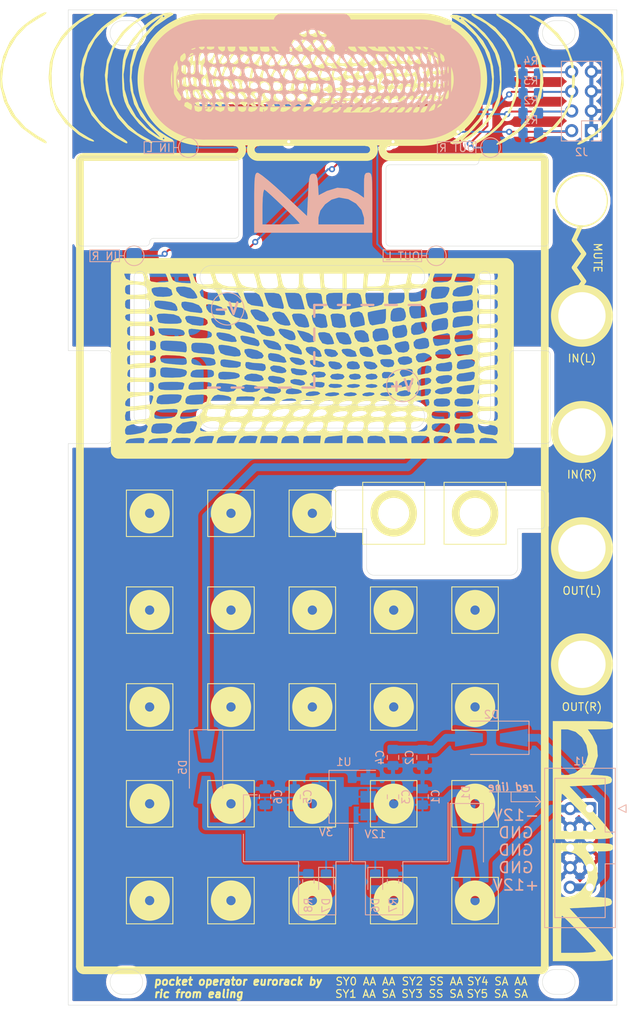
<source format=kicad_pcb>
(kicad_pcb (version 20171130) (host pcbnew "(5.1.12-1-10_14)")
  (layers (0 F.Cu signal) (31 B.Cu signal) (34 B.Paste user) (35 F.Paste user) (36 B.SilkS user) (37 F.SilkS user) (38 B.Mask user) (39 F.Mask user) (44 Edge.Cuts user))
  (net 0 "")
  (net 1 GND)
  (net 2 +12V)
  (net 3 -12V)
  (net 4 "Net-(C5-Pad1)")
  (net 5 "Net-(D1-Pad2)")
  (net 6 "Net-(D2-Pad1)")
  (net 7 "Net-(D3-Pad2)")
  (net 8 "Net-(D4-Pad2)")
  (net 9 +3V3)
  (net 10 "Net-(J12-Pad1)")
  (net 11 "Net-(J13-Pad1)")
  (net 12 /IN_L)
  (net 13 /OUT_L)
  (net 14 /IN_R)
  (net 15 /OUT_R)
  (net 16 "Net-(D6-Pad2)")
  (net 17 "Net-(D7-Pad2)")
  (module pocket-operator-eurorack:hook_fill_2 (layer B.Cu) (at 31.496 8.636 180)
    (fp_text reference G*** hide)
    (fp_text value LOGO hide)
  )
  (module pocket-operator-eurorack:logo_silk (layer B.Cu) (at 31.75 24.765 180)
    (fp_text reference G*** hide)
    (fp_text value LOGO hide)
  )
  (module pocket-operator-eurorack:logo_silk (layer F.Cu) (at 66.548 99.314 270)
    (fp_text reference G*** hide)
    (fp_text value LOGO hide)
  )
  (module pocket-operator-eurorack:logo_silk (layer F.Cu) (at 66.548 115.062 270)
    (fp_text reference G*** hide)
    (fp_text value LOGO hide)
  )
  (module pocket-operator-eurorack:logo_fcu (layer F.Cu) (at 31.55 24.33)
    (fp_text reference G*** hide)
    (fp_text value LOGO hide)
  )
  (module pocket-operator-eurorack:screen (layer F.Cu) (at 31.115 45.085)
    (fp_text reference G*** hide)
    (fp_text value LOGO hide)
  )
  (module "" (layer F.Cu) (at 22.225 12.065)
    (fp_text reference "" (at 22.86 12.7) (layer F.SilkS) (effects (font (size 1.27 1.27))))
    (fp_text value "" (at 22.86 12.7) (layer F.SilkS) (effects (font (size 1.27 1.27))))
  )
  (module pocket-operator-eurorack:side (layer F.Cu) (at 60.325 8.99 180)
    (fp_text reference G*** hide)
    (fp_text value LOGO hide)
  )
  (module pocket-operator-eurorack:side (layer F.Cu) (at 2.54 8.722632)
    (fp_text reference G*** hide)
    (fp_text value LOGO hide)
  )
  (module pocket-operator-eurorack:hook_fill_2 (layer F.Cu) (at 31.75 8.255)
    (fp_text reference G*** hide)
    (fp_text value LOGO hide)
  )
  (module Capacitor_SMD:C_0805_2012Metric_Pad1.18x1.45mm_HandSolder (layer B.Cu) (at 45.72 101.6 90)
    (fp_text reference C1 (at 0 1.68 90) (layer B.SilkS) (effects (justify mirror)))
    (fp_text value C)
    (pad 2 smd roundrect (at 1.0375 0 90) (size 1.175 1.45) (layers B.Cu B.Paste B.Mask) (roundrect_rratio 0.212766) (net 1 GND))
    (pad 1 smd roundrect (at -1.0375 0 90) (size 1.175 1.45) (layers B.Cu B.Paste B.Mask) (roundrect_rratio 0.212766) (net 2 +12V))
  )
  (module Capacitor_SMD:C_0805_2012Metric_Pad1.18x1.45mm_HandSolder (layer B.Cu) (at 45.72 96.52 270)
    (fp_text reference C2 (at 0 1.68 90) (layer B.SilkS) (effects (justify mirror)))
    (fp_text value C)
    (pad 2 smd roundrect (at 1.0375 0 270) (size 1.175 1.45) (layers B.Cu B.Paste B.Mask) (roundrect_rratio 0.212766) (net 1 GND))
    (pad 1 smd roundrect (at -1.0375 0 270) (size 1.175 1.45) (layers B.Cu B.Paste B.Mask) (roundrect_rratio 0.212766) (net 3 -12V))
  )
  (module Capacitor_SMD:C_0805_2012Metric_Pad1.18x1.45mm_HandSolder (layer B.Cu) (at 41.91 101.6 90)
    (fp_text reference C3 (at 0 1.68 90) (layer B.SilkS) (effects (justify mirror)))
    (fp_text value C)
    (pad 1 smd roundrect (at -1.0375 0 90) (size 1.175 1.45) (layers B.Cu B.Paste B.Mask) (roundrect_rratio 0.212766) (net 2 +12V))
    (pad 2 smd roundrect (at 1.0375 0 90) (size 1.175 1.45) (layers B.Cu B.Paste B.Mask) (roundrect_rratio 0.212766) (net 1 GND))
  )
  (module Capacitor_SMD:C_0805_2012Metric_Pad1.18x1.45mm_HandSolder (layer B.Cu) (at 41.91 96.52 270)
    (fp_text reference C4 (at 0 1.68 90) (layer B.SilkS) (effects (justify mirror)))
    (fp_text value C)
    (pad 1 smd roundrect (at -1.0375 0 270) (size 1.175 1.45) (layers B.Cu B.Paste B.Mask) (roundrect_rratio 0.212766) (net 3 -12V))
    (pad 2 smd roundrect (at 1.0375 0 270) (size 1.175 1.45) (layers B.Cu B.Paste B.Mask) (roundrect_rratio 0.212766) (net 1 GND))
  )
  (module Capacitor_SMD:C_0805_2012Metric_Pad1.18x1.45mm_HandSolder (layer B.Cu) (at 29.21 101.6 90)
    (fp_text reference C5 (at 0 1.68 90) (layer B.SilkS) (effects (justify mirror)))
    (fp_text value C)
    (pad 2 smd roundrect (at 1.0375 0 90) (size 1.175 1.45) (layers B.Cu B.Paste B.Mask) (roundrect_rratio 0.212766) (net 1 GND))
    (pad 1 smd roundrect (at -1.0375 0 90) (size 1.175 1.45) (layers B.Cu B.Paste B.Mask) (roundrect_rratio 0.212766) (net 4 "Net-(C5-Pad1)"))
  )
  (module Capacitor_SMD:C_0805_2012Metric_Pad1.18x1.45mm_HandSolder (layer B.Cu) (at 25.4 101.6 90)
    (fp_text reference C6 (at 0 1.68 90) (layer B.SilkS) (effects (justify mirror)))
    (fp_text value C)
    (pad 1 smd roundrect (at -1.0375 0 90) (size 1.175 1.45) (layers B.Cu B.Paste B.Mask) (roundrect_rratio 0.212766) (net 4 "Net-(C5-Pad1)"))
    (pad 2 smd roundrect (at 1.0375 0 90) (size 1.175 1.45) (layers B.Cu B.Paste B.Mask) (roundrect_rratio 0.212766) (net 1 GND))
  )
  (module Diode_SMD:D_SMA-SMB_Universal_Handsoldering (layer B.Cu) (at 51.435 107.315 270)
    (fp_text reference D1 (at -6.223 0.127 90) (layer B.SilkS) (effects (justify mirror)))
    (fp_text value D)
    (pad 1 smd trapezoid (at -2.9 0 270) (size 3.6 1.7) (rect_delta 0.6 0) (layers B.Cu B.Paste B.Mask) (net 2 +12V))
    (pad 2 smd trapezoid (at 2.9 0 90) (size 3.6 1.7) (rect_delta 0.6 0) (layers B.Cu B.Paste B.Mask) (net 5 "Net-(D1-Pad2)"))
  )
  (module Diode_SMD:D_SMA-SMB_Universal_Handsoldering (layer B.Cu) (at 54.61 93.98 180)
    (fp_text reference D2 (at 0 3) (layer B.SilkS) (effects (justify mirror)))
    (fp_text value D)
    (pad 2 smd trapezoid (at 2.9 0) (size 3.6 1.7) (rect_delta 0.6 0) (layers B.Cu B.Paste B.Mask) (net 3 -12V))
    (pad 1 smd trapezoid (at -2.9 0 180) (size 3.6 1.7) (rect_delta 0.6 0) (layers B.Cu B.Paste B.Mask) (net 6 "Net-(D2-Pad1)"))
  )
  (module LED_SMD:LED_Kingbright_APFA3010_3x1.5mm_Horizontal (layer B.Cu) (at 23 12.885 180)
    (fp_text reference D3 (at 0 -1.8) (layer B.SilkS) (effects (justify mirror)))
    (fp_text value LED)
    (pad 3 smd rect (at 0.4 -0.45 180) (size 0.4 0.8) (layers B.Cu B.Paste B.Mask))
    (pad 4 smd rect (at -0.4 -0.45 180) (size 0.4 0.8) (layers B.Cu B.Paste B.Mask))
    (pad 2 smd rect (at 1.5 0 180) (size 1 0.9) (layers B.Cu B.Paste B.Mask) (net 7 "Net-(D3-Pad2)"))
    (pad 1 smd rect (at -1.5 0 180) (size 1 0.9) (layers B.Cu B.Paste B.Mask) (net 12 /IN_L))
  )
  (module LED_SMD:LED_Kingbright_APFA3010_3x1.5mm_Horizontal (layer B.Cu) (at 40 12.885 180)
    (fp_text reference D4 (at 0 -1.8) (layer B.SilkS) (effects (justify mirror)))
    (fp_text value LED)
    (pad 1 smd rect (at -1.5 0 180) (size 1 0.9) (layers B.Cu B.Paste B.Mask) (net 13 /OUT_L))
    (pad 2 smd rect (at 1.5 0 180) (size 1 0.9) (layers B.Cu B.Paste B.Mask) (net 8 "Net-(D4-Pad2)"))
    (pad 4 smd rect (at -0.4 -0.45 180) (size 0.4 0.8) (layers B.Cu B.Paste B.Mask))
    (pad 3 smd rect (at 0.4 -0.45 180) (size 0.4 0.8) (layers B.Cu B.Paste B.Mask))
  )
  (module Diode_SMD:D_SMA-SMB_Universal_Handsoldering (layer B.Cu) (at 17.78 97.79 270)
    (fp_text reference D5 (at 0 3 90) (layer B.SilkS) (effects (justify mirror)))
    (fp_text value D)
    (pad 1 smd trapezoid (at -2.9 0 270) (size 3.6 1.7) (rect_delta 0.6 0) (layers B.Cu B.Paste B.Mask) (net 9 +3V3))
    (pad 2 smd trapezoid (at 2.9 0 90) (size 3.6 1.7) (rect_delta 0.6 0) (layers B.Cu B.Paste B.Mask) (net 4 "Net-(C5-Pad1)"))
  )
  (module Connector_IDC:IDC-Header_2x05_P2.54mm_Vertical (layer B.Cu) (at 67.31 103.124 180)
    (fp_text reference J1 (at 1.27 6.1) (layer B.SilkS) (effects (justify mirror)))
    (fp_text value Conn_02x05_Odd_Even)
    (pad 1 thru_hole roundrect (at 0 0 180) (size 1.7 1.7) (drill 1) (layers *.Cu *.Mask) (roundrect_rratio 0.147059) (net 5 "Net-(D1-Pad2)"))
    (pad 3 thru_hole circle (at 0 -2.54 180) (size 1.7 1.7) (drill 1) (layers *.Cu *.Mask) (net 1 GND))
    (pad 5 thru_hole circle (at 0 -5.08 180) (size 1.7 1.7) (drill 1) (layers *.Cu *.Mask) (net 1 GND))
    (pad 7 thru_hole circle (at 0 -7.62 180) (size 1.7 1.7) (drill 1) (layers *.Cu *.Mask) (net 1 GND))
    (pad 9 thru_hole circle (at 0 -10.16 180) (size 1.7 1.7) (drill 1) (layers *.Cu *.Mask) (net 6 "Net-(D2-Pad1)"))
    (pad 2 thru_hole circle (at 2.54 0 180) (size 1.7 1.7) (drill 1) (layers *.Cu *.Mask) (net 5 "Net-(D1-Pad2)"))
    (pad 4 thru_hole circle (at 2.54 -2.54 180) (size 1.7 1.7) (drill 1) (layers *.Cu *.Mask) (net 1 GND))
    (pad 6 thru_hole circle (at 2.54 -5.08 180) (size 1.7 1.7) (drill 1) (layers *.Cu *.Mask) (net 1 GND))
    (pad 8 thru_hole circle (at 2.54 -7.62 180) (size 1.7 1.7) (drill 1) (layers *.Cu *.Mask) (net 1 GND))
    (pad 10 thru_hole circle (at 2.54 -10.16 180) (size 1.7 1.7) (drill 1) (layers *.Cu *.Mask) (net 6 "Net-(D2-Pad1)"))
  )
  (module pocket-operator-eurorack_lib:2mm_solder_pad (layer B.Cu) (at 8.5 31.75)
    (fp_text reference J6 hide)
    (fp_text value Conn_01x01)
    (pad 1 smd roundrect (at 0 0) (size 2 2) (layers B.Cu B.Paste B.Mask) (net 14 /IN_R))
  )
  (module pocket-operator-eurorack_lib:2mm_solder_pad (layer B.Cu) (at 54.5 17.78)
    (fp_text reference J7 hide)
    (fp_text value Conn_01x01)
    (pad 1 smd roundrect (at 0 0) (size 2 2) (layers B.Cu B.Paste B.Mask) (net 15 /OUT_R))
  )
  (module pocket-operator-eurorack_lib:2mm_solder_pad (layer B.Cu) (at 15.5 17.78)
    (fp_text reference J8 hide)
    (fp_text value Conn_01x01)
    (pad 1 smd roundrect (at 0 0) (size 2 2) (layers B.Cu B.Paste B.Mask) (net 12 /IN_L))
  )
  (module pocket-operator-eurorack_lib:2mm_solder_pad (layer B.Cu) (at 47.5 31.75)
    (fp_text reference J9 hide)
    (fp_text value Conn_01x01)
    (pad 1 smd roundrect (at 0 0) (size 2 2) (layers B.Cu B.Paste B.Mask) (net 13 /OUT_L))
  )
  (module pocket-operator-eurorack_lib:7mm_solder_pad (layer B.Cu) (at 13.97 48.5)
    (fp_text reference J12 hide)
    (fp_text value Conn_01x01)
    (pad 1 smd roundrect (at 0 0) (size 7 7) (layers B.Cu B.Paste B.Mask) (net 10 "Net-(J12-Pad1)"))
  )
  (module pocket-operator-eurorack_lib:7mm_solder_pad (layer B.Cu) (at 49.53 38.5)
    (fp_text reference J13 hide)
    (fp_text value Conn_01x01)
    (pad 1 smd roundrect (at 0 0) (size 7 7) (layers B.Cu B.Paste B.Mask) (net 11 "Net-(J13-Pad1)"))
  )
  (module pocket-operator-eurorack_lib:7mm_solder_pad (layer B.Cu) (at 13.97 38.5)
    (fp_text reference J11 hide)
    (fp_text value Conn_01x01)
    (pad 1 smd roundrect (at 0 0) (size 7 7) (layers B.Cu B.Paste B.Mask) (net 1 GND))
  )
  (module pocket-operator-eurorack_lib:7mm_solder_pad (layer B.Cu) (at 49.53 48.5)
    (fp_text reference J10 hide)
    (fp_text value Conn_01x01)
    (pad 1 smd roundrect (at 0 0) (size 7 7) (layers B.Cu B.Paste B.Mask) (net 9 +3V3))
  )
  (module Resistor_SMD:R_0805_2012Metric_Pad1.20x1.40mm_HandSolder (layer B.Cu) (at 59.69 15.875 180)
    (fp_text reference R1 (at 0 1.65) (layer B.SilkS) (effects (justify mirror)))
    (fp_text value R)
    (pad 2 smd roundrect (at 1 0 180) (size 1.2 1.4) (layers B.Cu B.Paste B.Mask) (roundrect_rratio 0.208333) (net 1 GND))
    (pad 1 smd roundrect (at -1 0 180) (size 1.2 1.4) (layers B.Cu B.Paste B.Mask) (roundrect_rratio 0.208333) (net 12 /IN_L))
  )
  (module Resistor_SMD:R_0805_2012Metric_Pad1.20x1.40mm_HandSolder (layer B.Cu) (at 59.69 13.335 180)
    (fp_text reference R2 (at 0 1.65) (layer B.SilkS) (effects (justify mirror)))
    (fp_text value R)
    (pad 1 smd roundrect (at -1 0 180) (size 1.2 1.4) (layers B.Cu B.Paste B.Mask) (roundrect_rratio 0.208333) (net 14 /IN_R))
    (pad 2 smd roundrect (at 1 0 180) (size 1.2 1.4) (layers B.Cu B.Paste B.Mask) (roundrect_rratio 0.208333) (net 1 GND))
  )
  (module Resistor_SMD:R_0805_2012Metric_Pad1.20x1.40mm_HandSolder (layer B.Cu) (at 59.69 10.795 180)
    (fp_text reference R3 (at 0 1.65) (layer B.SilkS) (effects (justify mirror)))
    (fp_text value R)
    (pad 2 smd roundrect (at 1 0 180) (size 1.2 1.4) (layers B.Cu B.Paste B.Mask) (roundrect_rratio 0.208333) (net 1 GND))
    (pad 1 smd roundrect (at -1 0 180) (size 1.2 1.4) (layers B.Cu B.Paste B.Mask) (roundrect_rratio 0.208333) (net 13 /OUT_L))
  )
  (module Resistor_SMD:R_0805_2012Metric_Pad1.20x1.40mm_HandSolder (layer B.Cu) (at 59.69 8.255 180)
    (fp_text reference R4 (at 0 1.65) (layer B.SilkS) (effects (justify mirror)))
    (fp_text value R)
    (pad 1 smd roundrect (at -1 0 180) (size 1.2 1.4) (layers B.Cu B.Paste B.Mask) (roundrect_rratio 0.208333) (net 15 /OUT_R))
    (pad 2 smd roundrect (at 1 0 180) (size 1.2 1.4) (layers B.Cu B.Paste B.Mask) (roundrect_rratio 0.208333) (net 1 GND))
  )
  (module Resistor_SMD:R_0805_2012Metric_Pad1.20x1.40mm_HandSolder (layer B.Cu) (at 18.145 13.97 180)
    (fp_text reference R5 (at 0 1.65) (layer B.SilkS) (effects (justify mirror)))
    (fp_text value R)
    (pad 1 smd roundrect (at -1 0 180) (size 1.2 1.4) (layers B.Cu B.Paste B.Mask) (roundrect_rratio 0.208333) (net 7 "Net-(D3-Pad2)"))
    (pad 2 smd roundrect (at 1 0 180) (size 1.2 1.4) (layers B.Cu B.Paste B.Mask) (roundrect_rratio 0.208333) (net 1 GND))
  )
  (module Resistor_SMD:R_0805_2012Metric_Pad1.20x1.40mm_HandSolder (layer B.Cu) (at 35.052 13.97 180)
    (fp_text reference R6 (at 0 1.65) (layer B.SilkS) (effects (justify mirror)))
    (fp_text value R)
    (pad 2 smd roundrect (at 1 0 180) (size 1.2 1.4) (layers B.Cu B.Paste B.Mask) (roundrect_rratio 0.208333) (net 1 GND))
    (pad 1 smd roundrect (at -1 0 180) (size 1.2 1.4) (layers B.Cu B.Paste B.Mask) (roundrect_rratio 0.208333) (net 8 "Net-(D4-Pad2)"))
  )
  (module Package_TO_SOT_SMD:SOT-223-3_TabPin2 (layer B.Cu) (at 35.56 101.6 180)
    (fp_text reference U1 (at 0 4.5) (layer B.SilkS) (effects (justify mirror)))
    (fp_text value NCP1117-3.3_SOT223)
    (pad 2 smd rect (at 3.15 0 180) (size 2 3.8) (layers B.Cu B.Paste B.Mask) (net 4 "Net-(C5-Pad1)"))
    (pad 2 smd rect (at -3.15 0 180) (size 2 1.5) (layers B.Cu B.Paste B.Mask) (net 4 "Net-(C5-Pad1)"))
    (pad 3 smd rect (at -3.15 -2.3 180) (size 2 1.5) (layers B.Cu B.Paste B.Mask) (net 2 +12V))
    (pad 1 smd rect (at -3.15 2.3 180) (size 2 1.5) (layers B.Cu B.Paste B.Mask) (net 1 GND))
  )
  (module Connector_PinSocket_2.54mm:PinSocket_2x04_P2.54mm_Vertical (layer B.Cu) (at 67.51 15.6)
    (fp_text reference J2 (at -1.27 2.77) (layer B.SilkS) (effects (justify mirror)))
    (fp_text value Conn_02x04_Odd_Even)
    (pad 1 thru_hole rect (at 0 0) (size 1.7 1.7) (drill 1) (layers *.Cu *.Mask) (net 1 GND))
    (pad 2 thru_hole oval (at -2.54 0) (size 1.7 1.7) (drill 1) (layers *.Cu *.Mask) (net 12 /IN_L))
    (pad 3 thru_hole oval (at 0 -2.54) (size 1.7 1.7) (drill 1) (layers *.Cu *.Mask) (net 1 GND))
    (pad 4 thru_hole oval (at -2.54 -2.54) (size 1.7 1.7) (drill 1) (layers *.Cu *.Mask) (net 14 /IN_R))
    (pad 5 thru_hole oval (at 0 -5.08) (size 1.7 1.7) (drill 1) (layers *.Cu *.Mask) (net 1 GND))
    (pad 6 thru_hole oval (at -2.54 -5.08) (size 1.7 1.7) (drill 1) (layers *.Cu *.Mask) (net 13 /OUT_L))
    (pad 7 thru_hole oval (at 0 -7.62) (size 1.7 1.7) (drill 1) (layers *.Cu *.Mask) (net 1 GND))
    (pad 8 thru_hole oval (at -2.54 -7.62) (size 1.7 1.7) (drill 1) (layers *.Cu *.Mask) (net 15 /OUT_R))
  )
  (module mylibs:SW_6mm_panel (layer F.Cu) (at 66.294 24.638)
    (fp_text reference J3 (at 0 0.254) (layer F.SilkS))
    (fp_text value SW_6mm_panel)
    (pad "" np_thru_hole circle (at 0 0) (size 6.35 6.35) (drill 6.35) (layers *.Cu *.Mask))
  )
  (module mylibs:Thonkiconn_PJ398SM_panel (layer F.Cu) (at 66.294 39.5)
    (fp_text reference J4 (at 0 0) (layer F.SilkS))
    (fp_text value Thonkiconn_PJ398SM_panel)
    (pad "" np_thru_hole circle (at 0 0) (size 6.1 6.1) (drill 6.1) (layers *.Cu *.Mask))
  )
  (module mylibs:Thonkiconn_PJ398SM_panel (layer F.Cu) (at 66.294 54.5)
    (fp_text reference J5 (at 0 0.254) (layer F.SilkS))
    (fp_text value Thonkiconn_PJ398SM_panel)
    (pad "" np_thru_hole circle (at 0 0) (size 6.1 6.1) (drill 6.1) (layers *.Cu *.Mask))
  )
  (module mylibs:Thonkiconn_PJ398SM_panel (layer F.Cu) (at 66.294 69.5)
    (fp_text reference J14 (at 0 0.254) (layer F.SilkS))
    (fp_text value Thonkiconn_PJ398SM_panel)
    (pad "" np_thru_hole circle (at 0 0) (size 6.1 6.1) (drill 6.1) (layers *.Cu *.Mask))
  )
  (module mylibs:Thonkiconn_PJ398SM_panel (layer F.Cu) (at 66.294 84.5)
    (fp_text reference J15 (at 0 0.254) (layer F.SilkS))
    (fp_text value Thonkiconn_PJ398SM_panel)
    (pad "" np_thru_hole circle (at 0 0) (size 6.1 6.1) (drill 6.1) (layers *.Cu *.Mask))
  )
  (module pocket-operator-eurorack_lib:2mm_solder_pad (layer B.Cu) (at 39.624 108.458)
    (fp_text reference J16 hide)
    (fp_text value Conn_01x01)
    (pad 1 smd roundrect (at 0 0) (size 2 2) (layers B.Cu B.Paste B.Mask) (net 2 +12V))
  )
  (module pocket-operator-eurorack_lib:2mm_solder_pad (layer B.Cu) (at 33.274 108.458)
    (fp_text reference J17 hide)
    (fp_text value Conn_01x01)
    (pad 1 smd roundrect (at 0 0) (size 2 2) (layers B.Cu B.Paste B.Mask) (net 4 "Net-(C5-Pad1)"))
  )
  (module Resistor_SMD:R_0805_2012Metric_Pad1.20x1.40mm_HandSolder (layer B.Cu) (at 41.91 112.522 90)
    (fp_text reference R7 (at -3.048 0 270) (layer B.SilkS) (effects (justify mirror)))
    (fp_text value R)
    (pad 1 smd roundrect (at -1 0 90) (size 1.2 1.4) (layers B.Cu B.Paste B.Mask) (roundrect_rratio 0.208333) (net 16 "Net-(D6-Pad2)"))
    (pad 2 smd roundrect (at 1 0 90) (size 1.2 1.4) (layers B.Cu B.Paste B.Mask) (roundrect_rratio 0.208333) (net 1 GND))
  )
  (module Resistor_SMD:R_0805_2012Metric_Pad1.20x1.40mm_HandSolder (layer B.Cu) (at 30.988 112.522 90)
    (fp_text reference R8 (at -3.064 0 270) (layer B.SilkS) (effects (justify mirror)))
    (fp_text value R)
    (pad 2 smd roundrect (at 1 0 90) (size 1.2 1.4) (layers B.Cu B.Paste B.Mask) (roundrect_rratio 0.208333) (net 1 GND))
    (pad 1 smd roundrect (at -1 0 90) (size 1.2 1.4) (layers B.Cu B.Paste B.Mask) (roundrect_rratio 0.208333) (net 17 "Net-(D7-Pad2)"))
  )
  (module LED_SMD:LED_0805_2012Metric_Pad1.15x1.40mm_HandSolder (layer B.Cu) (at 39.624 112.567 270)
    (fp_text reference D6 (at 3.048 0 270) (layer B.SilkS) (effects (justify mirror)))
    (fp_text value LED)
    (pad 2 smd roundrect (at 1.025 0 270) (size 1.15 1.4) (layers B.Cu B.Paste B.Mask) (roundrect_rratio 0.217391) (net 16 "Net-(D6-Pad2)"))
    (pad 1 smd roundrect (at -1.025 0 270) (size 1.15 1.4) (layers B.Cu B.Paste B.Mask) (roundrect_rratio 0.217391) (net 2 +12V))
  )
  (module LED_SMD:LED_0805_2012Metric_Pad1.15x1.40mm_HandSolder (layer B.Cu) (at 33.274 112.567 270)
    (fp_text reference D7 (at 3.048 0 270) (layer B.SilkS) (effects (justify mirror)))
    (fp_text value LED)
    (pad 1 smd roundrect (at -1.025 0 270) (size 1.15 1.4) (layers B.Cu B.Paste B.Mask) (roundrect_rratio 0.217391) (net 4 "Net-(C5-Pad1)"))
    (pad 2 smd roundrect (at 1.025 0 270) (size 1.15 1.4) (layers B.Cu B.Paste B.Mask) (roundrect_rratio 0.217391) (net 17 "Net-(D7-Pad2)"))
  )
  (gr_text 3V (at 33.274 106.172) (layer B.SilkS) (effects (font (size 1 1)) (justify mirror)))
  (gr_line (start 22.606 101.346) (end 24.384 101.346) (layer B.SilkS) (width 0.12))
  (gr_line (start 22.606 104.394) (end 22.606 101.346) (layer B.SilkS) (width 0.12))
  (gr_line (start 22.606 109.982) (end 22.606 106.426) (layer B.SilkS) (width 0.12))
  (gr_line (start 29.718 109.982) (end 22.606 109.982) (layer B.SilkS) (width 0.12))
  (gr_line (start 29.718 116.84) (end 29.718 109.982) (layer B.SilkS) (width 0.12))
  (gr_line (start 34.544 116.84) (end 29.718 116.84) (layer B.SilkS) (width 0.12))
  (gr_line (start 34.544 109.982) (end 34.544 116.84) (layer B.SilkS) (width 0.12))
  (gr_line (start 36.322 109.982) (end 34.544 109.982) (layer B.SilkS) (width 0.12))
  (gr_line (start 36.322 105.664) (end 36.322 109.982) (layer B.SilkS) (width 0.12))
  (gr_line (start 49.022 109.982) (end 49.022 102.362) (layer B.SilkS) (width 0.12))
  (gr_line (start 43.18 109.982) (end 49.022 109.982) (layer B.SilkS) (width 0.12))
  (gr_line (start 43.18 116.84) (end 43.18 109.982) (layer B.SilkS) (width 0.12))
  (gr_line (start 38.354 116.84) (end 43.18 116.84) (layer B.SilkS) (width 0.12))
  (gr_line (start 38.354 109.982) (end 38.354 116.84) (layer B.SilkS) (width 0.12))
  (gr_line (start 36.576 109.982) (end 38.354 109.982) (layer B.SilkS) (width 0.12))
  (gr_line (start 36.576 105.664) (end 36.576 109.982) (layer B.SilkS) (width 0.12))
  (gr_text 12V (at 39.624 106.426) (layer B.SilkS) (effects (font (size 1 1)) (justify mirror)))
  (gr_line (start 45.604 30.988) (end 40.636 30.988) (layer B.SilkS) (width 0.12))
  (gr_line (start 46.23 31.75) (end 45.604 31.75) (layer B.SilkS) (width 0.12))
  (gr_line (start 40.636 30.988) (end 40.636 32.512) (layer B.SilkS) (width 0.12))
  (gr_line (start 40.636 32.512) (end 45.604 32.512) (layer B.SilkS) (width 0.12))
  (gr_line (start 45.604 30.988) (end 45.604 32.512) (layer B.SilkS) (width 0.12))
  (gr_circle (center 47.5 31.75) (end 48.77 31.75) (layer B.SilkS) (width 0.12))
  (gr_line (start 45.604 31.75) (end 45.604 30.988) (layer B.SilkS) (width 0.12))
  (gr_text "OUT L" (at 43.176 31.8) (layer B.SilkS) (effects (font (size 1 1)) (justify mirror)))
  (gr_line (start 52.604 17.018) (end 52.604 18.542) (layer B.SilkS) (width 0.12))
  (gr_line (start 53.23 17.78) (end 52.604 17.78) (layer B.SilkS) (width 0.12))
  (gr_line (start 47.636 18.542) (end 52.604 18.542) (layer B.SilkS) (width 0.12))
  (gr_line (start 52.604 17.018) (end 47.636 17.018) (layer B.SilkS) (width 0.12))
  (gr_circle (center 54.5 17.78) (end 55.77 17.78) (layer B.SilkS) (width 0.12))
  (gr_line (start 52.604 17.78) (end 52.604 17.018) (layer B.SilkS) (width 0.12))
  (gr_line (start 47.636 17.018) (end 47.636 18.542) (layer B.SilkS) (width 0.12))
  (gr_text "OUT R" (at 50.176 17.83) (layer B.SilkS) (effects (font (size 1 1)) (justify mirror)))
  (gr_line (start 13.604 17.78) (end 13.604 17.018) (layer B.SilkS) (width 0.12))
  (gr_line (start 9.794 17.018) (end 9.794 18.542) (layer B.SilkS) (width 0.12))
  (gr_line (start 13.604 17.018) (end 13.604 18.542) (layer B.SilkS) (width 0.12))
  (gr_line (start 9.794 18.542) (end 13.604 18.542) (layer B.SilkS) (width 0.12))
  (gr_line (start 14.23 17.78) (end 13.604 17.78) (layer B.SilkS) (width 0.12))
  (gr_circle (center 15.5 17.78) (end 16.77 17.78) (layer B.SilkS) (width 0.12))
  (gr_line (start 13.604 17.018) (end 9.794 17.018) (layer B.SilkS) (width 0.12))
  (gr_text "IN L" (at 11.672 17.83) (layer B.SilkS) (effects (font (size 1 1)) (justify mirror)))
  (gr_circle (center 8.5 31.75) (end 9.77 31.75) (layer B.SilkS) (width 0.12))
  (gr_line (start 2.794 32.512) (end 6.604 32.512) (layer B.SilkS) (width 0.12))
  (gr_line (start 2.794 30.988) (end 2.794 32.512) (layer B.SilkS) (width 0.12))
  (gr_line (start 6.604 30.988) (end 2.794 30.988) (layer B.SilkS) (width 0.12))
  (gr_line (start 6.604 30.988) (end 6.604 32.512) (layer B.SilkS) (width 0.12))
  (gr_line (start 6.604 31.75) (end 6.604 30.988) (layer B.SilkS) (width 0.12))
  (gr_line (start 7.23 31.75) (end 6.604 31.75) (layer B.SilkS) (width 0.12))
  (gr_line (start 45.492 12.5) (end 17.492 12.5) (layer B.SilkS) (width 0.12))
  (gr_line (start 45.492 5.5) (end 34.492 5.5) (layer B.SilkS) (width 0.12))
  (gr_line (start 28.492 5.5) (end 17.492 5.5) (layer B.SilkS) (width 0.12))
  (gr_arc (start 31.496 5.461) (end 27.686 4.445) (angle 148.3693089) (layer B.SilkS) (width 2))
  (gr_arc (start 45.492 9) (end 45.492 5.5) (angle 180) (layer B.SilkS) (width 0.12))
  (gr_arc (start 17.492 9) (end 17.492 12.5) (angle 180) (layer B.SilkS) (width 0.12))
  (gr_line (start 45.492 15) (end 17.492 15) (layer B.SilkS) (width 3.5))
  (gr_arc (start 45.492 9) (end 45.492 3) (angle 180) (layer B.SilkS) (width 3.5))
  (gr_arc (start 17.492 9) (end 17.492 3) (angle -180) (layer B.SilkS) (width 3.5))
  (gr_line (start 45.492 3) (end 36.492 3) (layer B.SilkS) (width 3.5))
  (gr_line (start 26.492 3) (end 17.492 3) (layer B.SilkS) (width 3.5))
  (gr_arc (start 31.492 5.5) (end 28.492 5.5) (angle 180) (layer B.SilkS) (width 0.12))
  (gr_poly (pts (xy 26.924 5.461) (xy 28.448 5.461) (xy 28.448 4.953)) (layer B.SilkS) (width 0.1))
  (gr_poly (pts (xy 34.4805 5.461) (xy 36.1315 5.461) (xy 34.4805 4.699)) (layer B.SilkS) (width 0.1))
  (gr_line (start 35.492 1.5) (end 27.492 1.5) (layer B.SilkS) (width 2))
  (gr_line (start 19.558 48.768) (end 18.034 48.768) (layer B.SilkS) (width 0.3))
  (gr_line (start 28.702 48.768) (end 27.178 48.768) (layer B.SilkS) (width 0.3))
  (gr_line (start 22.606 48.768) (end 21.082 48.768) (layer B.SilkS) (width 0.3))
  (gr_line (start 25.654 48.768) (end 24.13 48.768) (layer B.SilkS) (width 0.3))
  (gr_line (start 30.226 48.768) (end 31.75 48.768) (layer B.SilkS) (width 0.3))
  (gr_line (start 31.75 47.244) (end 31.75 48.768) (layer B.SilkS) (width 0.3))
  (gr_line (start 31.75 44.196) (end 31.75 45.72) (layer B.SilkS) (width 0.3))
  (gr_line (start 33.274 38.1) (end 31.75 38.1) (layer B.SilkS) (width 0.3))
  (gr_line (start 31.75 38.1) (end 31.75 39.624) (layer B.SilkS) (width 0.3))
  (gr_line (start 31.75 41.148) (end 31.75 42.672) (layer B.SilkS) (width 0.3))
  (gr_line (start 36.322 38.1) (end 34.798 38.1) (layer B.SilkS) (width 0.3))
  (gr_line (start 39.37 38.1) (end 37.846 38.1) (layer B.SilkS) (width 0.3))
  (gr_line (start 42.418 38.1) (end 40.894 38.1) (layer B.SilkS) (width 0.3))
  (gr_line (start 45.466 38.1) (end 43.942 38.1) (layer B.SilkS) (width 0.3))
  (gr_circle (center 20.574 38.594) (end 22.668538 38.594) (layer B.SilkS) (width 0.12))
  (gr_text V- (at 20.394 38.594) (layer B.SilkS) (effects (font (size 1.5 1.5) (thickness 0.3)) (justify mirror)))
  (gr_circle (center 43.18 48.5) (end 45.274538 48.5) (layer B.SilkS) (width 0.12))
  (gr_text V+ (at 43 48.5) (layer B.SilkS) (effects (font (size 1.5 1.5) (thickness 0.3)) (justify mirror)))
  (gr_line (start 60.96 102.235) (end 60.325 102.87) (layer B.SilkS) (width 0.12))
  (gr_line (start 60.325 101.6) (end 60.96 102.235) (layer B.SilkS) (width 0.12))
  (gr_line (start 60.96 102.235) (end 60.325 101.6) (layer B.SilkS) (width 0.12))
  (gr_line (start 57.15 102.235) (end 60.96 102.235) (layer B.SilkS) (width 0.12))
  (gr_line (start 57.15 100.965) (end 57.15 102.235) (layer B.SilkS) (width 0.12))
  (gr_line (start 54.356 100.965) (end 60.325 100.965) (layer B.SilkS) (width 0.12))
  (gr_text "red line" (at 57.15 100.33) (layer B.SilkS) (effects (font (size 1 1) (thickness 0.2) italic) (justify mirror)))
  (gr_text "-12V\nGND\nGND\nGND\n+12V" (at 57.785 108.485) (layer B.SilkS) (effects (font (size 1.4 1.5) (thickness 0.2)) (justify mirror)))
  (gr_text "IN R" (at 4.672 31.8) (layer B.SilkS) (effects (font (size 1 1)) (justify mirror)))
  (gr_line (start 66.548 35.052) (end 65.278 36.83) (layer F.SilkS) (width 0.6))
  (gr_line (start 65.278 33.274) (end 66.548 35.052) (layer F.SilkS) (width 0.6))
  (gr_line (start 66.548 31.496) (end 65.278 33.274) (layer F.SilkS) (width 0.6))
  (gr_circle (center 66.294 84.5) (end 69.294 84.5) (layer F.SilkS) (width 2))
  (gr_circle (center 66.294 69.5) (end 69.294 69.5) (layer F.SilkS) (width 2))
  (gr_line (start 65.278 29.718) (end 66.548 31.496) (layer F.SilkS) (width 0.6))
  (gr_line (start 65.278 29.718) (end 66.24 27.638) (layer F.SilkS) (width 0.6))
  (gr_text MUTE (at 68.326 32.004 270) (layer F.SilkS) (effects (font (size 1 1))))
  (gr_circle (center 66.24 24.638) (end 69.24 24.638) (layer F.SilkS) (width 0.8))
  (gr_text "SY4 SA AA\nSY5 SA SA" (at 55.372 126.23) (layer F.SilkS) (effects (font (size 1 1))))
  (gr_text "SY2 SS AA\nSY3 SS SA" (at 46.99 126.23) (layer F.SilkS) (effects (font (size 1 1))))
  (gr_text "SY0 AA AA\nSY1 AA SA" (at 38.354 126.238) (layer F.SilkS) (effects (font (size 1 1))))
  (gr_arc (start 57 72) (end 57 73) (angle -90) (layer Edge.Cuts) (width 0.05))
  (gr_arc (start 39.5 72) (end 38.5 72) (angle -90) (layer Edge.Cuts) (width 0.05))
  (gr_line (start 35 67) (end 38.5 67) (layer Edge.Cuts) (width 0.05))
  (gr_line (start 38.5 72) (end 38.5 67) (layer Edge.Cuts) (width 0.05))
  (gr_line (start 57 73) (end 39.5 73) (layer Edge.Cuts) (width 0.05))
  (gr_line (start 58 67) (end 58 72) (layer Edge.Cuts) (width 0.05))
  (gr_line (start 11 29.5) (end 21.5 29.5) (layer Edge.Cuts) (width 0.05))
  (gr_arc (start 53.5 19.5) (end 53.5 19) (angle -90) (layer Edge.Cuts) (width 0.05))
  (gr_line (start 41.5 20) (end 52.5 20) (layer Edge.Cuts) (width 0.05))
  (gr_arc (start 52.5 19.5) (end 53 19.5) (angle 90) (layer Edge.Cuts) (width 0.05))
  (gr_line (start 57.000001 55.5) (end 57 44.5) (layer Edge.Cuts) (width 0.05))
  (gr_line (start 62.199999 44.499999) (end 62.2 55.499999) (layer Edge.Cuts) (width 0.05))
  (gr_arc (start 57.5 55.5) (end 57.5 55.999999) (angle 90) (layer Edge.Cuts) (width 0.05))
  (gr_arc (start 61.7 55.499999) (end 61.7 55.999999) (angle -90) (layer Edge.Cuts) (width 0.05))
  (gr_line (start 57.5 56) (end 61.7 56) (layer Edge.Cuts) (width 0.05))
  (gr_arc (start 57.5 44.5) (end 57.5 44) (angle -90) (layer Edge.Cuts) (width 0.05))
  (gr_arc (start 61.7 44.499999) (end 61.7 44) (angle 90) (layer Edge.Cuts) (width 0.05))
  (gr_line (start 61.7 44) (end 57.5 44) (layer Edge.Cuts) (width 0.05))
  (gr_line (start 0 0) (end 0 44) (layer Edge.Cuts) (width 0.05))
  (gr_line (start 5.5 44.5) (end 5.5 55.5) (layer Edge.Cuts) (width 0.05))
  (gr_arc (start 5 44.5) (end 5 44) (angle 90) (layer Edge.Cuts) (width 0.05))
  (gr_arc (start 5 55.5) (end 5 56) (angle -90) (layer Edge.Cuts) (width 0.05))
  (gr_line (start 0 44) (end 5 44) (layer Edge.Cuts) (width 0.05))
  (gr_line (start 0 56) (end 5 56) (layer Edge.Cuts) (width 0.05))
  (gr_line (start 6.5 57) (end 56.5 57) (layer F.SilkS) (width 1.9))
  (gr_line (start 6.5 33) (end 56.5 33) (layer F.SilkS) (width 1.9))
  (gr_line (start 56.75 33) (end 56.75 57) (layer F.SilkS) (width 1.5))
  (gr_line (start 6.25 33) (end 6.25 57) (layer F.SilkS) (width 1.5))
  (gr_line (start 56 56) (end 7 56) (layer F.SilkS) (width 0.12))
  (gr_line (start 7 34) (end 56 34) (layer F.SilkS) (width 0.12))
  (gr_line (start 56 34) (end 56 56) (layer F.SilkS) (width 0.12))
  (gr_line (start 7 34) (end 7 56) (layer F.SilkS) (width 0.12))
  (gr_circle (center 42 65) (end 44.5 65) (layer F.SilkS) (width 1))
  (gr_line (start 49.5 112) (end 55.5 112) (layer F.SilkS) (width 0.12))
  (gr_line (start 39 112) (end 45 112) (layer F.SilkS) (width 0.12))
  (gr_line (start 28.5 112) (end 34.5 112) (layer F.SilkS) (width 0.12))
  (gr_line (start 18 112) (end 24 112) (layer F.SilkS) (width 0.12))
  (gr_line (start 7.5 112) (end 13.5 112) (layer F.SilkS) (width 0.12))
  (gr_line (start 49.5 99.5) (end 55.5 99.5) (layer F.SilkS) (width 0.12))
  (gr_line (start 39 99.5) (end 45 99.5) (layer F.SilkS) (width 0.12))
  (gr_line (start 28.5 99.5) (end 34.5 99.5) (layer F.SilkS) (width 0.12))
  (gr_line (start 18 99.5) (end 24 99.5) (layer F.SilkS) (width 0.12))
  (gr_line (start 7.5 99.5) (end 13.5 99.5) (layer F.SilkS) (width 0.12))
  (gr_line (start 49.5 87) (end 55.5 87) (layer F.SilkS) (width 0.12))
  (gr_line (start 39 87) (end 45 87) (layer F.SilkS) (width 0.12))
  (gr_line (start 28.5 87) (end 34.5 87) (layer F.SilkS) (width 0.12))
  (gr_line (start 18 87) (end 24 87) (layer F.SilkS) (width 0.12))
  (gr_line (start 7.5 87) (end 13.5 87) (layer F.SilkS) (width 0.12))
  (gr_line (start 49.5 74.5) (end 55.5 74.5) (layer F.SilkS) (width 0.12))
  (gr_line (start 39 74.5) (end 45 74.5) (layer F.SilkS) (width 0.12))
  (gr_line (start 28.5 74.5) (end 34.5 74.5) (layer F.SilkS) (width 0.12))
  (gr_line (start 18 74.5) (end 24 74.5) (layer F.SilkS) (width 0.12))
  (gr_line (start 7.5 74.5) (end 13.5 74.5) (layer F.SilkS) (width 0.12))
  (gr_line (start 48.5 61) (end 56.5 61) (layer F.SilkS) (width 0.12))
  (gr_line (start 38 61) (end 46 61) (layer F.SilkS) (width 0.12))
  (gr_line (start 28.5 62) (end 34.5 62) (layer F.SilkS) (width 0.12))
  (gr_line (start 18 62) (end 24 62) (layer F.SilkS) (width 0.12))
  (gr_circle (center 52.5 115) (end 53.1 115) (layer F.SilkS) (width 2))
  (gr_circle (center 42 115) (end 42.6 115) (layer F.SilkS) (width 2))
  (gr_circle (center 31.5 115) (end 32.1 115) (layer F.SilkS) (width 2))
  (gr_circle (center 21 115) (end 21.6 115) (layer F.SilkS) (width 2))
  (gr_circle (center 10.5 115) (end 11.1 115) (layer F.SilkS) (width 2))
  (gr_circle (center 52.5 102.5) (end 53.1 102.5) (layer F.SilkS) (width 2))
  (gr_circle (center 42 102.5) (end 42.6 102.5) (layer F.SilkS) (width 2))
  (gr_circle (center 31.5 102.5) (end 32.1 102.5) (layer F.SilkS) (width 2))
  (gr_circle (center 21 102.5) (end 21.6 102.5) (layer F.SilkS) (width 2))
  (gr_circle (center 10.5 102.5) (end 11.1 102.5) (layer F.SilkS) (width 2))
  (gr_circle (center 52.5 90) (end 53.1 90) (layer F.SilkS) (width 2))
  (gr_circle (center 42 90) (end 42.6 90) (layer F.SilkS) (width 2))
  (gr_circle (center 31.5 90) (end 32.1 90) (layer F.SilkS) (width 2))
  (gr_circle (center 21 90) (end 21.6 90) (layer F.SilkS) (width 2))
  (gr_circle (center 10.5 90) (end 11.1 90) (layer F.SilkS) (width 2))
  (gr_circle (center 52.5 77.5) (end 53.1 77.5) (layer F.SilkS) (width 2))
  (gr_circle (center 42 77.5) (end 42.6 77.5) (layer F.SilkS) (width 2))
  (gr_circle (center 31.5 77.5) (end 32.1 77.5) (layer F.SilkS) (width 2))
  (gr_circle (center 21 77.5) (end 21.6 77.5) (layer F.SilkS) (width 2))
  (gr_circle (center 10.5 77.5) (end 11.1 77.5) (layer F.SilkS) (width 2))
  (gr_circle (center 52.5 65) (end 55 65) (layer F.SilkS) (width 1))
  (gr_circle (center 31.5 65) (end 32.1 65) (layer F.SilkS) (width 2))
  (gr_circle (center 21 65) (end 21.6 65) (layer F.SilkS) (width 2))
  (gr_line (start 49.5 112) (end 49.5 118) (layer F.SilkS) (width 0.12))
  (gr_line (start 39 112) (end 39 118) (layer F.SilkS) (width 0.12))
  (gr_line (start 28.5 112) (end 28.5 118) (layer F.SilkS) (width 0.12))
  (gr_line (start 18 112) (end 18 118) (layer F.SilkS) (width 0.12))
  (gr_line (start 7.5 112) (end 7.5 118) (layer F.SilkS) (width 0.12))
  (gr_line (start 49.5 99.5) (end 49.5 105.5) (layer F.SilkS) (width 0.12))
  (gr_line (start 39 99.5) (end 39 105.5) (layer F.SilkS) (width 0.12))
  (gr_line (start 28.5 99.5) (end 28.5 105.5) (layer F.SilkS) (width 0.12))
  (gr_line (start 18 99.5) (end 18 105.5) (layer F.SilkS) (width 0.12))
  (gr_line (start 7.5 99.5) (end 7.5 105.5) (layer F.SilkS) (width 0.12))
  (gr_line (start 49.5 87) (end 49.5 93) (layer F.SilkS) (width 0.12))
  (gr_line (start 39 87) (end 39 93) (layer F.SilkS) (width 0.12))
  (gr_line (start 28.5 87) (end 28.5 93) (layer F.SilkS) (width 0.12))
  (gr_line (start 18 87) (end 18 93) (layer F.SilkS) (width 0.12))
  (gr_line (start 7.5 87) (end 7.5 93) (layer F.SilkS) (width 0.12))
  (gr_line (start 49.5 74.5) (end 49.5 80.5) (layer F.SilkS) (width 0.12))
  (gr_line (start 39 74.5) (end 39 80.5) (layer F.SilkS) (width 0.12))
  (gr_line (start 28.5 74.5) (end 28.5 80.5) (layer F.SilkS) (width 0.12))
  (gr_line (start 18 74.5) (end 18 80.5) (layer F.SilkS) (width 0.12))
  (gr_line (start 7.5 74.5) (end 7.5 80.5) (layer F.SilkS) (width 0.12))
  (gr_line (start 48.5 61) (end 48.5 69) (layer F.SilkS) (width 0.12))
  (gr_line (start 38 61) (end 38 69) (layer F.SilkS) (width 0.12))
  (gr_line (start 28.5 62) (end 28.5 68) (layer F.SilkS) (width 0.12))
  (gr_line (start 18 62) (end 18 68) (layer F.SilkS) (width 0.12))
  (gr_line (start 49.5 118) (end 55.5 118) (layer F.SilkS) (width 0.12))
  (gr_line (start 39 118) (end 45 118) (layer F.SilkS) (width 0.12))
  (gr_line (start 28.5 118) (end 34.5 118) (layer F.SilkS) (width 0.12))
  (gr_line (start 18 118) (end 24 118) (layer F.SilkS) (width 0.12))
  (gr_line (start 7.5 118) (end 13.5 118) (layer F.SilkS) (width 0.12))
  (gr_line (start 49.5 105.5) (end 55.5 105.5) (layer F.SilkS) (width 0.12))
  (gr_line (start 39 105.5) (end 45 105.5) (layer F.SilkS) (width 0.12))
  (gr_line (start 28.5 105.5) (end 34.5 105.5) (layer F.SilkS) (width 0.12))
  (gr_line (start 18 105.5) (end 24 105.5) (layer F.SilkS) (width 0.12))
  (gr_line (start 7.5 105.5) (end 13.5 105.5) (layer F.SilkS) (width 0.12))
  (gr_line (start 49.5 93) (end 55.5 93) (layer F.SilkS) (width 0.12))
  (gr_line (start 39 93) (end 45 93) (layer F.SilkS) (width 0.12))
  (gr_line (start 28.5 93) (end 34.5 93) (layer F.SilkS) (width 0.12))
  (gr_line (start 18 93) (end 24 93) (layer F.SilkS) (width 0.12))
  (gr_line (start 7.5 93) (end 13.5 93) (layer F.SilkS) (width 0.12))
  (gr_line (start 49.5 80.5) (end 55.5 80.5) (layer F.SilkS) (width 0.12))
  (gr_line (start 39 80.5) (end 45 80.5) (layer F.SilkS) (width 0.12))
  (gr_line (start 28.5 80.5) (end 34.5 80.5) (layer F.SilkS) (width 0.12))
  (gr_line (start 18 80.5) (end 24 80.5) (layer F.SilkS) (width 0.12))
  (gr_line (start 7.5 80.5) (end 13.5 80.5) (layer F.SilkS) (width 0.12))
  (gr_line (start 48.5 69) (end 56.5 69) (layer F.SilkS) (width 0.12))
  (gr_line (start 38 69) (end 46 69) (layer F.SilkS) (width 0.12))
  (gr_line (start 28.5 68) (end 34.5 68) (layer F.SilkS) (width 0.12))
  (gr_line (start 18 68) (end 24 68) (layer F.SilkS) (width 0.12))
  (gr_line (start 55.5 112) (end 55.5 118) (layer F.SilkS) (width 0.12))
  (gr_line (start 45 112) (end 45 118) (layer F.SilkS) (width 0.12))
  (gr_line (start 34.5 112) (end 34.5 118) (layer F.SilkS) (width 0.12))
  (gr_line (start 24 112) (end 24 118) (layer F.SilkS) (width 0.12))
  (gr_line (start 13.5 112) (end 13.5 118) (layer F.SilkS) (width 0.12))
  (gr_line (start 55.5 99.5) (end 55.5 105.5) (layer F.SilkS) (width 0.12))
  (gr_line (start 45 99.5) (end 45 105.5) (layer F.SilkS) (width 0.12))
  (gr_line (start 34.5 99.5) (end 34.5 105.5) (layer F.SilkS) (width 0.12))
  (gr_line (start 24 99.5) (end 24 105.5) (layer F.SilkS) (width 0.12))
  (gr_line (start 13.5 99.5) (end 13.5 105.5) (layer F.SilkS) (width 0.12))
  (gr_line (start 55.5 87) (end 55.5 93) (layer F.SilkS) (width 0.12))
  (gr_line (start 45 87) (end 45 93) (layer F.SilkS) (width 0.12))
  (gr_line (start 34.5 87) (end 34.5 93) (layer F.SilkS) (width 0.12))
  (gr_line (start 24 87) (end 24 93) (layer F.SilkS) (width 0.12))
  (gr_line (start 13.5 87) (end 13.5 93) (layer F.SilkS) (width 0.12))
  (gr_line (start 55.5 74.5) (end 55.5 80.5) (layer F.SilkS) (width 0.12))
  (gr_line (start 45 74.5) (end 45 80.5) (layer F.SilkS) (width 0.12))
  (gr_line (start 34.5 74.5) (end 34.5 80.5) (layer F.SilkS) (width 0.12))
  (gr_line (start 24 74.5) (end 24 80.5) (layer F.SilkS) (width 0.12))
  (gr_line (start 13.5 74.5) (end 13.5 80.5) (layer F.SilkS) (width 0.12))
  (gr_line (start 56.5 61) (end 56.5 69) (layer F.SilkS) (width 0.12))
  (gr_line (start 46 61) (end 46 69) (layer F.SilkS) (width 0.12))
  (gr_line (start 34.5 62) (end 34.5 68) (layer F.SilkS) (width 0.12))
  (gr_line (start 24 62) (end 24 68) (layer F.SilkS) (width 0.12))
  (gr_circle (center 10.5 65) (end 11.1 65) (layer F.SilkS) (width 2))
  (gr_line (start 7.5 68) (end 13.5 68) (layer F.SilkS) (width 0.12))
  (gr_line (start 7.5 62) (end 13.5 62) (layer F.SilkS) (width 0.12))
  (gr_line (start 13.5 62) (end 13.5 68) (layer F.SilkS) (width 0.12))
  (gr_line (start 7.5 62) (end 7.5 68) (layer F.SilkS) (width 0.12))
  (gr_arc (start 17.5 9) (end 17.5 17.5) (angle 180) (layer F.SilkS) (width 0.12))
  (gr_text "pocket operator eurorack by \nric from ealing" (at 10.922 126.238) (layer F.SilkS) (effects (font (size 1 1) (thickness 0.25) italic) (justify left)))
  (gr_line (start 27.5 1.5) (end 35.5 1.5) (layer F.SilkS) (width 2))
  (gr_poly (pts (xy 28.5115 5.461) (xy 26.8605 5.461) (xy 28.5115 4.699)) (layer F.SilkS) (width 0.1))
  (gr_poly (pts (xy 36.068 5.461) (xy 34.544 5.461) (xy 34.544 4.953)) (layer F.SilkS) (width 0.1))
  (gr_arc (start 31.5 5.5) (end 34.5 5.5) (angle -180) (layer F.SilkS) (width 0.12))
  (gr_line (start 36.5 3) (end 45.5 3) (layer F.SilkS) (width 5))
  (gr_line (start 17.5 3) (end 26.5 3) (layer F.SilkS) (width 5))
  (gr_arc (start 45.5 9) (end 45.5 3) (angle 180) (layer F.SilkS) (width 5))
  (gr_arc (start 17.5 9) (end 17.5 3) (angle -180) (layer F.SilkS) (width 5))
  (gr_line (start 17.5 15) (end 45.5 15) (layer F.SilkS) (width 5))
  (gr_arc (start 45.5 9) (end 45.5 12.5) (angle -180) (layer F.SilkS) (width 0.12))
  (gr_arc (start 17.5 9) (end 17.5 5.5) (angle -180) (layer F.SilkS) (width 0.12))
  (gr_arc (start 31.496 5.461) (end 35.306 4.445) (angle -148.3693089) (layer F.SilkS) (width 2))
  (gr_line (start 34.5 5.5) (end 45.5 5.5) (layer F.SilkS) (width 0.12))
  (gr_line (start 17.5 5.5) (end 28.5 5.5) (layer F.SilkS) (width 0.12))
  (gr_line (start 17.5 12.5) (end 45.5 12.5) (layer F.SilkS) (width 0.12))
  (gr_arc (start 41.5 20.5) (end 41.5 20) (angle -90) (layer Edge.Cuts) (width 0.05))
  (gr_line (start 61.5 30.5) (end 41.5 30.5) (layer Edge.Cuts) (width 0.05))
  (gr_line (start 61.5 19) (end 53.5 19) (layer Edge.Cuts) (width 0.05))
  (gr_line (start 62 30) (end 62 19.5) (layer Edge.Cuts) (width 0.05))
  (gr_arc (start 61.5 30) (end 61.5 30.5) (angle -90) (layer Edge.Cuts) (width 0.05))
  (gr_line (start 41 20.5) (end 41 30) (layer Edge.Cuts) (width 0.05))
  (gr_arc (start 41.5 30) (end 41 30) (angle -90) (layer Edge.Cuts) (width 0.05))
  (gr_arc (start 61.5 19.5) (end 62 19.5) (angle -90) (layer Edge.Cuts) (width 0.05))
  (gr_arc (start 1.75 30) (end 1.25 30) (angle -90) (layer Edge.Cuts) (width 0.05))
  (gr_arc (start 21.5 29) (end 21.5 29.5) (angle -90) (layer Edge.Cuts) (width 0.05))
  (gr_arc (start 21.5 19.5) (end 22 19.5) (angle -90) (layer Edge.Cuts) (width 0.05))
  (gr_arc (start 10 30) (end 10 30.5) (angle -90) (layer Edge.Cuts) (width 0.05))
  (gr_arc (start 11 30) (end 10.5 30) (angle 90) (layer Edge.Cuts) (width 0.05))
  (gr_arc (start 1.75 19.5) (end 1.75 19) (angle -90) (layer Edge.Cuts) (width 0.05))
  (gr_arc (start 61 62.5) (end 61 62) (angle 90) (layer Edge.Cuts) (width 0.05))
  (gr_arc (start 61 66.5) (end 61 67) (angle -90) (layer Edge.Cuts) (width 0.05))
  (gr_arc (start 35 66.5) (end 34.5 66.5) (angle -90) (layer Edge.Cuts) (width 0.05))
  (gr_arc (start 35 62.5) (end 35 62) (angle -90) (layer Edge.Cuts) (width 0.05))
  (gr_arc (start 9.25 52.5) (end 8.5 52.5) (angle -180) (layer Edge.Cuts) (width 0.05))
  (gr_arc (start 9.25 34.5) (end 10 34.5) (angle -180) (layer Edge.Cuts) (width 0.05))
  (gr_arc (start 53.75 34.5) (end 54.5 34.5) (angle -180) (layer Edge.Cuts) (width 0.05))
  (gr_arc (start 53.75 52.5) (end 53 52.5) (angle -180) (layer Edge.Cuts) (width 0.05))
  (gr_arc (start 44.5 52.5) (end 44.5 54) (angle -180) (layer Edge.Cuts) (width 0.05))
  (gr_arc (start 18.5 52.5) (end 18.5 54) (angle 180) (layer Edge.Cuts) (width 0.05))
  (gr_arc (start 44.5 34.5) (end 44.5 36) (angle -180) (layer Edge.Cuts) (width 0.05))
  (gr_arc (start 18.5 34.5) (end 18.5 33) (angle -180) (layer Edge.Cuts) (width 0.05))
  (gr_line (start 1.25 19.5) (end 1.25 30) (layer Edge.Cuts) (width 0.05))
  (gr_line (start 34.5 62.5) (end 34.5 66.5) (layer Edge.Cuts) (width 0.05))
  (gr_circle (center 66.294 54.5) (end 69.294 54.5) (layer F.SilkS) (width 2))
  (gr_text "OUT(R)" (at 66.294 90) (layer F.SilkS) (effects (font (size 1 1))))
  (gr_text "OUT(L)" (at 66.294 75) (layer F.SilkS) (effects (font (size 1 1))))
  (gr_text "IN(R)" (at 66.294 60) (layer F.SilkS) (effects (font (size 1 1))))
  (gr_text "IN(L)" (at 66.294 45) (layer F.SilkS) (effects (font (size 1 1))))
  (gr_circle (center 66.294 39.5) (end 69.294 39.5) (layer F.SilkS) (width 2))
  (gr_line (start 18.5 51) (end 44.5 51) (layer Edge.Cuts) (width 0.05))
  (gr_line (start 18.5 54) (end 44.5 54) (layer Edge.Cuts) (width 0.05))
  (gr_line (start 18.5 36) (end 44.5 36) (layer Edge.Cuts) (width 0.05))
  (gr_line (start 18.5 33) (end 44.5 33) (layer Edge.Cuts) (width 0.05))
  (gr_line (start 54.5 52.5) (end 54.5 34.5) (layer Edge.Cuts) (width 0.05))
  (gr_line (start 53 34.5) (end 53 52.5) (layer Edge.Cuts) (width 0.05))
  (gr_line (start 61.5 62.5) (end 61.5 66.5) (layer Edge.Cuts) (width 0.05))
  (gr_line (start 58 67) (end 61 67) (layer Edge.Cuts) (width 0.05))
  (gr_line (start 35 62) (end 61 62) (layer Edge.Cuts) (width 0.05))
  (gr_line (start 10 52.5) (end 10 34.5) (layer Edge.Cuts) (width 0.05))
  (gr_line (start 8.5 34.5) (end 8.5 52.5) (layer Edge.Cuts) (width 0.05))
  (gr_line (start 0 56) (end 0 128.5) (layer Edge.Cuts) (width 0.05))
  (gr_line (start 22 29) (end 22 19.5) (layer Edge.Cuts) (width 0.05))
  (gr_line (start 1.75 30.5) (end 10 30.5) (layer Edge.Cuts) (width 0.05))
  (gr_line (start 1.75 19) (end 21.5 19) (layer Edge.Cuts) (width 0.05))
  (gr_line (start 61.5 19.5) (end 61.5 123.5) (layer F.SilkS) (width 1))
  (gr_arc (start 61 19.5) (end 61 19) (angle 90) (layer F.SilkS) (width 1))
  (gr_arc (start 61 123.5) (end 61 124) (angle -90) (layer F.SilkS) (width 1))
  (gr_line (start 1.5 19.5) (end 1.5 123.5) (layer F.SilkS) (width 1))
  (gr_arc (start 2 123.5) (end 2 124) (angle 90) (layer F.SilkS) (width 1))
  (gr_arc (start 2 19.5) (end 2 19) (angle -90) (layer F.SilkS) (width 1))
  (gr_line (start 17.5 0.5) (end 45.5 0.5) (layer F.SilkS) (width 0.12))
  (gr_line (start 24.5 19) (end 38.5 19) (layer F.SilkS) (width 1))
  (gr_line (start 38.5 17.5) (end 24.5 17.5) (layer F.SilkS) (width 0.12))
  (gr_arc (start 38.5 18.05) (end 38.5 19) (angle -180) (layer F.SilkS) (width 1))
  (gr_arc (start 24.5 18.05) (end 24.5 19) (angle 180) (layer F.SilkS) (width 1))
  (gr_line (start 41.5 17.5) (end 45.5 17.5) (layer F.SilkS) (width 0.12))
  (gr_line (start 17.5 17.5) (end 21.5 17.5) (layer F.SilkS) (width 0.12))
  (gr_arc (start 45.5 9) (end 45.5 17.5) (angle -180) (layer F.SilkS) (width 0.12))
  (gr_arc (start 41.5 18.05) (end 41.5 19) (angle 180) (layer F.SilkS) (width 1))
  (gr_arc (start 21.5 18.05) (end 21.5 19) (angle -180) (layer F.SilkS) (width 1))
  (gr_line (start 2 19) (end 21.5 19) (layer F.SilkS) (width 1))
  (gr_line (start 41.5 19) (end 61 19) (layer F.SilkS) (width 1))
  (gr_line (start 2 124) (end 61 124) (layer F.SilkS) (width 1))
  (gr_line (start 62.8 127.1) (end 63.8 127.1) (layer Edge.Cuts) (width 0.05))
  (gr_line (start 7 127.1) (end 8 127.1) (layer Edge.Cuts) (width 0.05))
  (gr_line (start 62.8 4.6) (end 63.8 4.6) (layer Edge.Cuts) (width 0.05))
  (gr_line (start 62.8 123.9) (end 63.8 123.9) (layer Edge.Cuts) (width 0.05))
  (gr_line (start 7 123.9) (end 8 123.9) (layer Edge.Cuts) (width 0.05))
  (gr_line (start 62.8 1.4) (end 63.8 1.4) (layer Edge.Cuts) (width 0.05))
  (gr_arc (start 63.8 125.5) (end 63.8 127.1) (angle -180) (layer Edge.Cuts) (width 0.05))
  (gr_arc (start 8 125.5) (end 8 127.1) (angle -180) (layer Edge.Cuts) (width 0.05))
  (gr_arc (start 63.8 3) (end 63.8 4.6) (angle -180) (layer Edge.Cuts) (width 0.05))
  (gr_arc (start 62.8 125.5) (end 62.8 123.9) (angle -180) (layer Edge.Cuts) (width 0.05))
  (gr_arc (start 7 125.5) (end 7 123.9) (angle -180) (layer Edge.Cuts) (width 0.05))
  (gr_arc (start 62.8 3) (end 62.8 1.4) (angle -180) (layer Edge.Cuts) (width 0.05))
  (gr_line (start 7 4.6) (end 8 4.6) (layer Edge.Cuts) (width 0.05))
  (gr_line (start 7 1.4) (end 8 1.4) (layer Edge.Cuts) (width 0.05))
  (gr_arc (start 8 3) (end 8 4.6) (angle -180) (layer Edge.Cuts) (width 0.05))
  (gr_arc (start 7 3) (end 7 1.4) (angle -180) (layer Edge.Cuts) (width 0.05))
  (gr_line (start 0 128.5) (end 70.8 128.5) (layer Edge.Cuts) (width 0.05))
  (gr_line (start 0 0) (end 70.8 0) (layer Edge.Cuts) (width 0.05))
  (gr_line (start 70.8 0) (end 70.8 128.5) (layer Edge.Cuts) (width 0.05))
  (segment (start 48.0275 102.6375) (end 45.72 102.6375) (width 0.25) (layer B.Cu) (net 2))
  (segment (start 45.72 102.6375) (end 41.91 102.6375) (width 0.25) (layer B.Cu) (net 2))
  (segment (start 41.515 103.9) (end 38.71 103.9) (width 0.25) (layer B.Cu) (net 2))
  (segment (start 41.91 103.505) (end 41.515 103.9) (width 0.25) (layer B.Cu) (net 2))
  (segment (start 41.91 102.6375) (end 41.91 103.505) (width 0.25) (layer B.Cu) (net 2))
  (segment (start 49.53 101.135) (end 48.0275 102.6375) (width 1) (layer B.Cu) (net 2))
  (segment (start 51.435 101.6) (end 50.97 101.135) (width 1) (layer B.Cu) (net 2))
  (segment (start 50.97 101.135) (end 49.53 101.135) (width 1) (layer B.Cu) (net 2))
  (segment (start 51.435 104.415) (end 51.435 101.6) (width 1) (layer B.Cu) (net 2))
  (segment (start 39.624 108.458) (end 39.624 111.542) (width 0.25) (layer B.Cu) (net 2))
  (segment (start 45.72 95.4825) (end 41.91 95.4825) (width 1) (layer B.Cu) (net 3))
  (segment (start 45.72 95.4825) (end 47.2655 95.4825) (width 1) (layer B.Cu) (net 3))
  (segment (start 48.768 93.98) (end 51.71 93.98) (width 1) (layer B.Cu) (net 3))
  (segment (start 47.2655 95.4825) (end 48.768 93.98) (width 1) (layer B.Cu) (net 3))
  (segment (start 25.4 102.6375) (end 29.21 102.6375) (width 0.25) (layer B.Cu) (net 4))
  (segment (start 32.41 101.6) (end 31.75 101.6) (width 0.25) (layer B.Cu) (net 4))
  (segment (start 30.7125 102.6375) (end 29.21 102.6375) (width 0.25) (layer B.Cu) (net 4))
  (segment (start 31.75 101.6) (end 30.7125 102.6375) (width 0.25) (layer B.Cu) (net 4))
  (segment (start 17.78 100.69) (end 17.78 105.41) (width 1) (layer B.Cu) (net 4))
  (segment (start 17.78 105.41) (end 24.13 105.41) (width 1) (layer B.Cu) (net 4))
  (segment (start 33.274 108.458) (end 33.274 111.542) (width 0.25) (layer B.Cu) (net 4))
  (segment (start 62.336 103.124) (end 67.31 103.124) (width 1) (layer B.Cu) (net 5))
  (segment (start 54.61 113.665) (end 55.245 113.03) (width 1) (layer B.Cu) (net 5))
  (segment (start 55.245 113.03) (end 55.245 110.215) (width 1) (layer B.Cu) (net 5))
  (segment (start 52.07 113.665) (end 54.61 113.665) (width 1) (layer B.Cu) (net 5))
  (segment (start 55.245 110.215) (end 62.336 103.124) (width 1) (layer B.Cu) (net 5))
  (segment (start 51.435 113.03) (end 52.07 113.665) (width 1) (layer B.Cu) (net 5))
  (segment (start 51.435 110.215) (end 51.435 113.03) (width 1) (layer B.Cu) (net 5))
  (segment (start 59.944 93.98) (end 57.51 93.98) (width 1) (layer B.Cu) (net 6))
  (segment (start 64.77 113.284) (end 67.31 113.284) (width 1) (layer B.Cu) (net 6))
  (segment (start 60.70952 93.98) (end 59.944 93.98) (width 1) (layer B.Cu) (net 6))
  (segment (start 68.86001 111.73399) (end 68.86001 102.13049) (width 1) (layer B.Cu) (net 6))
  (segment (start 68.86001 102.13049) (end 60.70952 93.98) (width 1) (layer B.Cu) (net 6))
  (segment (start 67.31 113.284) (end 68.86001 111.73399) (width 1) (layer B.Cu) (net 6))
  (segment (start 21.5 13.806) (end 21.5 13.02501) (width 0.25) (layer B.Cu) (net 7))
  (segment (start 21.336 13.97) (end 21.5 13.806) (width 0.25) (layer B.Cu) (net 7))
  (segment (start 19.145 13.97) (end 21.336 13.97) (width 0.25) (layer B.Cu) (net 7))
  (segment (start 38.5 13.824) (end 38.5 12.885) (width 0.25) (layer B.Cu) (net 8))
  (segment (start 38.354 13.97) (end 38.5 13.824) (width 0.25) (layer B.Cu) (net 8))
  (segment (start 36.052 13.97) (end 38.354 13.97) (width 0.25) (layer B.Cu) (net 8))
  (segment (start 49.53 48.26) (end 49.53 53.34) (width 1) (layer B.Cu) (net 9))
  (segment (start 49.53 53.34) (end 43.815 59.055) (width 1) (layer B.Cu) (net 9))
  (segment (start 43.815 59.055) (end 24.13 59.055) (width 1) (layer B.Cu) (net 9))
  (segment (start 17.78 65.405) (end 17.78 94.89) (width 1) (layer B.Cu) (net 9))
  (segment (start 24.13 59.055) (end 17.78 65.405) (width 1) (layer B.Cu) (net 9))
  (segment (start 15.5 17.78) (end 23.368 17.78) (width 0.25) (layer B.Cu) (net 12))
  (segment (start 24.5 16.648) (end 24.5 13.02501) (width 0.25) (layer B.Cu) (net 12))
  (segment (start 23.368 17.78) (end 24.5 16.648) (width 0.25) (layer B.Cu) (net 12))
  (via (at 28.448 17.018) (size 0.8) (drill 0.4) (layers F.Cu B.Cu) (net 12))
  (segment (start 28.078 16.648) (end 28.448 17.018) (width 0.25) (layer B.Cu) (net 12))
  (segment (start 24.5 16.648) (end 28.078 16.648) (width 0.25) (layer B.Cu) (net 12))
  (via (at 56.896 15.748) (size 0.8) (drill 0.4) (layers F.Cu B.Cu) (net 12))
  (segment (start 64.892 15.748) (end 64.97 15.67) (width 0.25) (layer F.Cu) (net 12))
  (segment (start 56.896 15.748) (end 64.892 15.748) (width 0.25) (layer F.Cu) (net 12))
  (segment (start 60.895 15.67) (end 60.69 15.875) (width 0.25) (layer B.Cu) (net 12))
  (segment (start 64.97 15.67) (end 60.895 15.67) (width 0.25) (layer B.Cu) (net 12))
  (via (at 50.292 15.748) (size 0.8) (drill 0.4) (layers F.Cu B.Cu) (net 12))
  (segment (start 29.718 15.748) (end 50.292 15.748) (width 0.25) (layer F.Cu) (net 12))
  (segment (start 28.448 17.018) (end 29.718 15.748) (width 0.25) (layer F.Cu) (net 12))
  (segment (start 56.896 15.748) (end 50.292 15.748) (width 0.25) (layer B.Cu) (net 12))
  (segment (start 60.895 10.59) (end 60.69 10.795) (width 0.25) (layer B.Cu) (net 13))
  (segment (start 64.97 10.59) (end 60.895 10.59) (width 0.25) (layer B.Cu) (net 13))
  (segment (start 64.97 10.59) (end 57.228 10.59) (width 0.25) (layer F.Cu) (net 13))
  (segment (start 57.228 10.59) (end 56.896 10.922) (width 0.25) (layer F.Cu) (net 13))
  (segment (start 54.933 12.885) (end 56.896 10.922) (width 0.25) (layer B.Cu) (net 13))
  (segment (start 41.5 12.885) (end 54.933 12.885) (width 0.25) (layer B.Cu) (net 13))
  (via (at 56.896 10.922) (size 0.8) (drill 0.4) (layers F.Cu B.Cu) (net 13))
  (segment (start 41.148 31.496) (end 47.498 31.496) (width 0.25) (layer B.Cu) (net 13))
  (segment (start 39.878 30.226) (end 41.148 31.496) (width 0.25) (layer B.Cu) (net 13))
  (segment (start 39.878 16.51) (end 39.878 30.226) (width 0.25) (layer B.Cu) (net 13))
  (segment (start 41.5 14.888) (end 39.878 16.51) (width 0.25) (layer B.Cu) (net 13))
  (segment (start 41.5 12.885) (end 41.5 14.888) (width 0.25) (layer B.Cu) (net 13))
  (via (at 12.446 31.496) (size 0.8) (drill 0.4) (layers F.Cu B.Cu) (net 14))
  (segment (start 12.192 31.75) (end 12.446 31.496) (width 0.25) (layer B.Cu) (net 14))
  (segment (start 8.5 31.75) (end 12.192 31.75) (width 0.25) (layer B.Cu) (net 14))
  (segment (start 12.446 31.496) (end 12.954 30.988) (width 0.25) (layer F.Cu) (net 14))
  (via (at 24.13 29.972) (size 0.8) (drill 0.4) (layers F.Cu B.Cu) (net 14))
  (segment (start 23.114 30.988) (end 24.13 29.972) (width 0.25) (layer F.Cu) (net 14))
  (segment (start 12.954 30.988) (end 23.114 30.988) (width 0.25) (layer F.Cu) (net 14))
  (via (at 34.036 20.574) (size 0.8) (drill 0.4) (layers F.Cu B.Cu) (net 14))
  (segment (start 33.528 20.574) (end 34.036 20.574) (width 0.25) (layer B.Cu) (net 14))
  (segment (start 24.13 29.972) (end 33.528 20.574) (width 0.25) (layer B.Cu) (net 14))
  (segment (start 34.036 20.574) (end 37.084 17.526) (width 0.25) (layer F.Cu) (net 14))
  (via (at 41.91 17.018) (size 0.8) (drill 0.4) (layers F.Cu B.Cu) (net 14))
  (segment (start 41.402 17.526) (end 41.91 17.018) (width 0.25) (layer F.Cu) (net 14))
  (segment (start 37.084 17.526) (end 41.402 17.526) (width 0.25) (layer F.Cu) (net 14))
  (segment (start 60.895 13.13) (end 60.69 13.335) (width 0.25) (layer B.Cu) (net 14))
  (segment (start 64.97 13.13) (end 60.895 13.13) (width 0.25) (layer B.Cu) (net 14))
  (via (at 56.641998 13.462) (size 0.8) (drill 0.4) (layers F.Cu B.Cu) (net 14))
  (segment (start 45.466 13.462) (end 56.641998 13.462) (width 0.25) (layer B.Cu) (net 14))
  (segment (start 41.91 17.018) (end 45.466 13.462) (width 0.25) (layer B.Cu) (net 14))
  (segment (start 64.97 13.13) (end 56.973998 13.13) (width 0.25) (layer F.Cu) (net 14))
  (segment (start 56.973998 13.13) (end 56.641998 13.462) (width 0.25) (layer F.Cu) (net 14))
  (via (at 51.816 17.272) (size 0.8) (drill 0.4) (layers F.Cu B.Cu) (net 15))
  (segment (start 52.324 17.78) (end 51.816 17.272) (width 0.25) (layer B.Cu) (net 15))
  (segment (start 54.5 17.78) (end 52.324 17.78) (width 0.25) (layer B.Cu) (net 15))
  (segment (start 51.816 17.272) (end 54.102 14.986) (width 0.25) (layer F.Cu) (net 15))
  (segment (start 54.102 14.986) (end 54.102 10.668) (width 0.25) (layer F.Cu) (net 15))
  (segment (start 56.72 8.05) (end 64.97 8.05) (width 0.25) (layer F.Cu) (net 15))
  (segment (start 54.102 10.668) (end 56.72 8.05) (width 0.25) (layer F.Cu) (net 15))
  (segment (start 60.895 8.05) (end 60.69 8.255) (width 0.25) (layer B.Cu) (net 15))
  (segment (start 64.97 8.05) (end 60.895 8.05) (width 0.25) (layer B.Cu) (net 15))
  (segment (start 41.84 113.592) (end 41.91 113.522) (width 0.25) (layer B.Cu) (net 16))
  (segment (start 39.624 113.592) (end 41.84 113.592) (width 0.25) (layer B.Cu) (net 16))
  (segment (start 31.058 113.592) (end 30.988 113.522) (width 0.25) (layer B.Cu) (net 17))
  (segment (start 33.274 113.592) (end 31.058 113.592) (width 0.25) (layer B.Cu) (net 17))
  (zone (net 1) (net_name GND) (layer F.Cu) (connect_pads (clearance 0.508)) (min_thickness 0.254) (fill yes (arc_segments 32) (thermal_gap 0.508) (thermal_bridge_width 0.508))
    (polygon (pts (xy 72.39 130.81) (xy -1.27 130.81) (xy -1.27 -1.27) (xy 72.39 -1.27)))
  )
  (zone (net 0) (net_name "") (layers F&B.Cu) (connect_pads (clearance 0.508)) (min_thickness 0.254)
    (keepout (tracks not_allowed) (vias not_allowed) (copperpour not_allowed))
    (fill (arc_segments 32) (thermal_gap 0.508) (thermal_bridge_width 0.508))
    (polygon (pts (xy 49.53 12.192) (xy 13.97 12.192) (xy 13.97 -1.27) (xy 49.53 -1.27)))
  )
  (zone (net 1) (net_name GND) (layer B.Cu) (connect_pads (clearance 0.508)) (min_thickness 0.254) (fill yes (arc_segments 32) (thermal_gap 0.508) (thermal_bridge_width 0.508))
    (polygon (pts (xy 72.39 130.81) (xy -1.27 130.81) (xy -1.27 -1.27) (xy 72.39 -1.27)))
  )
  (zone (net 4) (net_name "Net-(C5-Pad1)") (layer B.Cu) (priority 1) (connect_pads (clearance 0.254)) (min_thickness 0.127) (fill yes (arc_segments 32) (thermal_gap 0.254) (thermal_bridge_width 0.254))
    (polygon (pts (xy 35.56 100.33) (xy 40.64 100.33) (xy 40.64 102.87) (xy 36.195 102.87) (xy 36.195 109.855) (xy 22.86 109.855) (xy 22.86 101.6) (xy 31.115 101.6) (xy 31.115 99.06) (xy 35.56 99.06)))
  )
  (zone (net 2) (net_name +12V) (layer B.Cu) (priority 2) (connect_pads (clearance 0.254)) (min_thickness 0.127) (fill yes (arc_segments 32) (thermal_gap 0.254) (thermal_bridge_width 0.254))
    (polygon (pts (xy 48.895 109.855) (xy 36.83 109.855) (xy 36.83 102.87) (xy 41.275 102.87) (xy 41.275 101.6) (xy 48.895 101.6)))
  )
)
</source>
